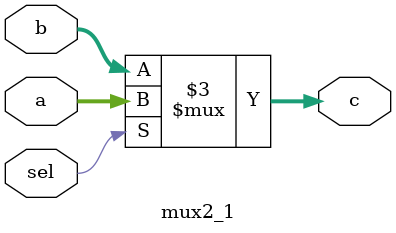
<source format=sv>
module mux2_1 (
    input logic [31:0]a,b,
    input logic  sel,
    output logic [31:0]c
);
always_comb begin
    if (sel)begin
        c=a;
    end
    else begin
        c=b;
    end
end
endmodule

</source>
